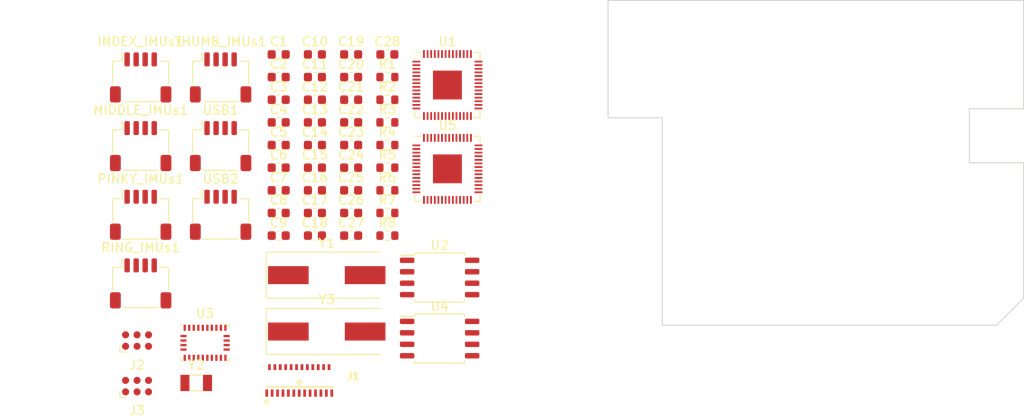
<source format=kicad_pcb>
(kicad_pcb (version 20221018) (generator pcbnew)
  (layers (0 "F.Cu" signal) (31 "B.Cu" signal) (34 "B.Paste" user) (35 "F.Paste" user) (36 "B.SilkS" user "B.Silkscreen") (37 "F.SilkS" user "F.Silkscreen") (38 "B.Mask" user) (39 "F.Mask" user) (44 "Edge.Cuts" user))
  (property "SHEETTOTAL" "1")
  (net 0 "")
  (net 1 "+3V3")
  (net 2 "GND")
  (net 3 "+1V1")
  (net 4 "Net-(U1-ADC_AVDD)")
  (net 5 "Net-(U1-XIN)")
  (net 6 "Net-(C12-Pad1)")
  (net 7 "Net-(INDEX_IMUs1-Pin_2)")
  (net 8 "Net-(INDEX_IMUs1-Pin_3)")
  (net 9 "D10-MI_CS")
  (net 10 "D12-MI_MISO")
  (net 11 "D11-MI_MOSI")
  (net 12 "D13-MI_SCLK")
  (net 13 "Net-(U3-CAP)")
  (net 14 "Net-(U3-CLKSEL1{slash}XOUT32)")
  (net 15 "Net-(U3-XIN32)")
  (net 16 "Net-(U5-XIN)")
  (net 17 "Net-(C21-Pad1)")
  (net 18 "Net-(U5-ADC_AVDD)")
  (net 19 "Net-(J3-SWDIO)")
  (net 20 "Net-(J3-~{RESET})")
  (net 21 "Net-(J3-SWCLK)")
  (net 23 "Net-(U3-BOOTN)")
  (net 24 "Net-(U3-NRST)")
  (net 25 "Net-(U5-XOUT)")
  (net 31 "Net-(J2-SWDIO)")
  (net 32 "Net-(J2-~{RESET})")
  (net 33 "Net-(J2-SWCLK)")
  (net 37 "Net-(PINKY_IMUs1-Pin_2)")
  (net 38 "Net-(PINKY_IMUs1-Pin_3)")
  (net 39 "Net-(U1-XOUT)")
  (net 41 "INT")
  (net 42 "Net-(THUMB_IMUs1-Pin_2)")
  (net 43 "Net-(THUMB_IMUs1-Pin_3)")
  (net 68 "Net-(U1-USB_DM)")
  (net 69 "Net-(U1-USB_DP)")
  (net 70 "Net-(U1-QSPI_SD3)")
  (net 71 "Net-(U1-QSPI_SCLK)")
  (net 72 "Net-(U1-QSPI_SD0)")
  (net 73 "Net-(U1-QSPI_SD2)")
  (net 74 "Net-(U1-QSPI_SD1)")
  (net 75 "Net-(U1-QSPI_SS)")
  (net 77 "Net-(U4-~{CS})")
  (net 78 "Net-(U4-SO{slash}SIO1)")
  (net 79 "Net-(U4-~{WP}{slash}SIO2)")
  (net 80 "Net-(U4-SI{slash}SIO0)")
  (net 81 "VUSB_IN")
  (net 82 "Net-(U4-SCLK)")
  (net 83 "Net-(U4-~{HOLD}{slash}SIO3)")
  (net 112 "Net-(U5-USB_DM)")
  (net 113 "Net-(U5-USB_DP)")
  (net 114 "FPGA_GPIO_7")
  (net 115 "UART_RX")
  (net 116 "UART_TX")
  (net 117 "HAPTICS_DRV")
  (net 118 "NRF_SWCLK")
  (net 119 "FPGA_GPIO_4")
  (net 120 "FPGA_GPIO_5")
  (net 121 "FPGA_GPIO_6")
  (net 122 "MCU_SWDIO")
  (net 123 "MCU_NRST")
  (net 124 "NRF_NRST")
  (net 125 "NRF_SWDIO")
  (net 126 "MCU_SWCLK")
  (net 127 "FPGA_GPIO_12")
  (net 128 "FPGA_GPIO_13")
  (net 129 "VCORE")
  (net 130 "VSYS")
  (net 131 "VUSB")
  (footprint "Resistor_SMD:R_0603_1608Metric" (layer "F.Cu") (at 91.34546 65.585)
    (fp_text reference "R1" (at 0 -1.43) (layer "F.SilkS"))
    (fp_text value "200")
    (pad "1" smd roundrect (at -0.825 0) (size 0.8 0.95) (layers "F.Cu" "F.Paste" "F.Mask") (net 1 "+3V3"))
    (pad "2" smd roundrect (at 0.825 0) (size 0.8 0.95) (layers "F.Cu" "F.Paste" "F.Mask") (net 4 "Net-(U1-ADC_AVDD)"))
  )
  (footprint "Package_SO:SOP-8_5.28x5.23mm_P1.27mm" (layer "F.Cu") (at 97.13546 87.795)
    (fp_text reference "U2" (at 0 -3.56) (layer "F.SilkS"))
    (fp_text value "MX25L3233FM2")
    (pad "1" smd roundrect (at -3.6 -1.905) (size 1.6 0.6) (layers "F.Cu" "F.Paste" "F.Mask") (net 75 "Net-(U1-QSPI_SS)"))
    (pad "2" smd roundrect (at -3.6 -0.635) (size 1.6 0.6) (layers "F.Cu" "F.Paste" "F.Mask") (net 74 "Net-(U1-QSPI_SD1)"))
    (pad "3" smd roundrect (at -3.6 0.635) (size 1.6 0.6) (layers "F.Cu" "F.Paste" "F.Mask") (net 73 "Net-(U1-QSPI_SD2)"))
    (pad "4" smd roundrect (at -3.6 1.905) (size 1.6 0.6) (layers "F.Cu" "F.Paste" "F.Mask") (net 2 "GND"))
    (pad "5" smd roundrect (at 3.6 1.905) (size 1.6 0.6) (layers "F.Cu" "F.Paste" "F.Mask") (net 72 "Net-(U1-QSPI_SD0)"))
    (pad "6" smd roundrect (at 3.6 0.635) (size 1.6 0.6) (layers "F.Cu" "F.Paste" "F.Mask") (net 71 "Net-(U1-QSPI_SCLK)"))
    (pad "7" smd roundrect (at 3.6 -0.635) (size 1.6 0.6) (layers "F.Cu" "F.Paste" "F.Mask") (net 70 "Net-(U1-QSPI_SD3)"))
    (pad "8" smd roundrect (at 3.6 -1.905) (size 1.6 0.6) (layers "F.Cu" "F.Paste" "F.Mask") (net 1 "+3V3"))
  )
  (footprint "Resistor_SMD:R_0603_1608Metric" (layer "F.Cu") (at 91.34546 78.135)
    (fp_text reference "R6" (at 0 -1.43) (layer "F.SilkS"))
    (fp_text value "2k2")
    (pad "1" smd roundrect (at -0.825 0) (size 0.8 0.95) (layers "F.Cu" "F.Paste" "F.Mask") (net 1 "+3V3"))
    (pad "2" smd roundrect (at 0.825 0) (size 0.8 0.95) (layers "F.Cu" "F.Paste" "F.Mask") (net 43 "Net-(THUMB_IMUs1-Pin_3)"))
  )
  (footprint "Connector_JST:JST_SH_SM04B-SRSS-TB_1x04-1MP_P1.00mm_Horizontal" (layer "F.Cu") (at 72.88546 80.845)
    (fp_text reference "USB2" (at 0 -3.98) (layer "F.SilkS"))
    (fp_text value "Conn_01x04")
    (pad "1" smd roundrect (at -1.5 -2) (size 0.6 1.55) (layers "F.Cu" "F.Paste" "F.Mask") (net 2 "GND"))
    (pad "2" smd roundrect (at -0.5 -2) (size 0.6 1.55) (layers "F.Cu" "F.Paste" "F.Mask") (net 112 "Net-(U5-USB_DM)"))
    (pad "3" smd roundrect (at 0.5 -2) (size 0.6 1.55) (layers "F.Cu" "F.Paste" "F.Mask") (net 113 "Net-(U5-USB_DP)"))
    (pad "4" smd roundrect (at 1.5 -2) (size 0.6 1.55) (layers "F.Cu" "F.Paste" "F.Mask") (net 81 "VUSB_IN"))
    (pad "MP" smd roundrect (at -2.8 1.875) (size 1.2 1.8) (layers "F.Cu" "F.Paste" "F.Mask") (roundrect_rratio 0.208333))
    (pad "MP" smd roundrect (at 2.8 1.875) (size 1.2 1.8) (layers "F.Cu" "F.Paste" "F.Mask") (roundrect_rratio 0.208333))
  )
  (footprint "Connector_JST:JST_SH_SM04B-SRSS-TB_1x04-1MP_P1.00mm_Horizontal" (layer "F.Cu") (at 72.88546 73.235)
    (fp_text reference "USB1" (at 0 -3.98) (layer "F.SilkS"))
    (fp_text value "Conn_01x04")
    (pad "1" smd roundrect (at -1.5 -2) (size 0.6 1.55) (layers "F.Cu" "F.Paste" "F.Mask") (net 2 "GND"))
    (pad "2" smd roundrect (at -0.5 -2) (size 0.6 1.55) (layers "F.Cu" "F.Paste" "F.Mask") (net 68 "Net-(U1-USB_DM)"))
    (pad "3" smd roundrect (at 0.5 -2) (size 0.6 1.55) (layers "F.Cu" "F.Paste" "F.Mask") (net 69 "Net-(U1-USB_DP)"))
    (pad "4" smd roundrect (at 1.5 -2) (size 0.6 1.55) (layers "F.Cu" "F.Paste" "F.Mask") (net 81 "VUSB_IN"))
    (pad "MP" smd roundrect (at -2.8 1.875) (size 1.2 1.8) (layers "F.Cu" "F.Paste" "F.Mask") (roundrect_rratio 0.208333))
    (pad "MP" smd roundrect (at 2.8 1.875) (size 1.2 1.8) (layers "F.Cu" "F.Paste" "F.Mask") (roundrect_rratio 0.208333))
  )
  (footprint "Capacitor_SMD:C_0603_1608Metric" (layer "F.Cu") (at 83.32546 65.585)
    (fp_text reference "C11" (at 0 -1.43) (layer "F.SilkS"))
    (fp_text value "20p")
    (pad "1" smd roundrect (at -0.775 0) (size 0.9 0.95) (layers "F.Cu" "F.Paste" "F.Mask") (net 5 "Net-(U1-XIN)"))
    (pad "2" smd roundrect (at 0.775 0) (size 0.9 0.95) (layers "F.Cu" "F.Paste" "F.Mask") (net 2 "GND"))
  )
  (footprint "Connector:Tag-Connect_TC2030-IDC-NL_2x03_P1.27mm_Vertical" (layer "F.Cu") (at 63.63546 99.835)
    (fp_text reference "J3" (at 0 2.7) (layer "F.SilkS"))
    (fp_text value "Conn_ARM_SWD_TagConnect_TC2030-NL")
    (pad "" np_thru_hole circle (at -2.54 0) (size 0.9906 0.9906) (drill 0.9906) (layers "*.Cu" "*.Mask"))
    (pad "" np_thru_hole circle (at 2.54 -1.016) (size 0.9906 0.9906) (drill 0.9906) (layers "*.Cu" "*.Mask"))
    (pad "" np_thru_hole circle (at 2.54 1.016) (size 0.9906 0.9906) (drill 0.9906) (layers "*.Cu" "*.Mask"))
    (pad "1" connect circle (at -1.27 0.635) (size 0.7874 0.7874) (layers "F.Cu" "F.Mask") (net 1 "+3V3"))
    (pad "2" connect circle (at -1.27 -0.635) (size 0.7874 0.7874) (layers "F.Cu" "F.Mask") (net 19 "Net-(J3-SWDIO)"))
    (pad "3" connect circle (at 0 0.635) (size 0.7874 0.7874) (layers "F.Cu" "F.Mask") (net 20 "Net-(J3-~{RESET})"))
    (pad "4" connect circle (at 0 -0.635) (size 0.7874 0.7874) (layers "F.Cu" "F.Mask") (net 21 "Net-(J3-SWCLK)"))
    (pad "5" connect circle (at 1.27 0.635) (size 0.7874 0.7874) (layers "F.Cu" "F.Mask") (net 2 "GND"))
    (pad "6" connect circle (at 1.27 -0.635) (size 0.7874 0.7874) (layers "F.Cu" "F.Mask"))
  )
  (footprint "Capacitor_SMD:C_0603_1608Metric" (layer "F.Cu") (at 91.34546 63.075)
    (fp_text reference "C28" (at 0 -1.43) (layer "F.SilkS"))
    (fp_text value "2.2u")
    (pad "1" smd roundrect (at -0.775 0) (size 0.9 0.95) (layers "F.Cu" "F.Paste" "F.Mask") (net 18 "Net-(U5-ADC_AVDD)"))
    (pad "2" smd roundrect (at 0.775 0) (size 0.9 0.95) (layers "F.Cu" "F.Paste" "F.Mask") (net 2 "GND"))
  )
  (footprint "Resistor_SMD:R_0603_1608Metric" (layer "F.Cu") (at 91.34546 73.115)
    (fp_text reference "R4" (at 0 -1.43) (layer "F.SilkS"))
    (fp_text value "10k")
    (pad "1" smd roundrect (at -0.825 0) (size 0.8 0.95) (layers "F.Cu" "F.Paste" "F.Mask") (net 1 "+3V3"))
    (pad "2" smd roundrect (at 0.825 0) (size 0.8 0.95) (layers "F.Cu" "F.Paste" "F.Mask") (net 24 "Net-(U3-NRST)"))
  )
  (footprint "Crystal:Crystal_SMD_HC49-SD" (layer "F.Cu") (at 84.63546 93.785)
    (fp_text reference "Y3" (at 0 -3.55) (layer "F.SilkS"))
    (fp_text value "Crystal")
    (pad "1" smd rect (at -4.25 0) (size 4.5 2) (layers "F.Cu" "F.Paste" "F.Mask") (net 16 "Net-(U5-XIN)"))
    (pad "2" smd rect (at 4.25 0) (size 4.5 2) (layers "F.Cu" "F.Paste" "F.Mask") (net 17 "Net-(C21-Pad1)"))
  )
  (footprint "Package_DFN_QFN:QFN-56-1EP_7x7mm_P0.4mm_EP3.2x3.2mm" (layer "F.Cu") (at 97.99546 66.465)
    (fp_text reference "U1" (at 0 -4.82) (layer "F.SilkS"))
    (fp_text value "RP2040")
    (pad "1" smd roundrect (at -3.4375 -2.6) (size 0.875 0.2) (layers "F.Cu" "F.Paste" "F.Mask") (net 1 "+3V3"))
    (pad "2" smd roundrect (at -3.4375 -2.2) (size 0.875 0.2) (layers "F.Cu" "F.Paste" "F.Mask") (net 8 "Net-(INDEX_IMUs1-Pin_3)"))
    (pad "3" smd roundrect (at -3.4375 -1.8) (size 0.875 0.2) (layers "F.Cu" "F.Paste" "F.Mask") (net 7 "Net-(INDEX_IMUs1-Pin_2)"))
    (pad "4" smd roundrect (at -3.4375 -1.4) (size 0.875 0.2) (layers "F.Cu" "F.Paste" "F.Mask") (net 38 "Net-(PINKY_IMUs1-Pin_3)"))
    (pad "5" smd roundrect (at -3.4375 -1) (size 0.875 0.2) (layers "F.Cu" "F.Paste" "F.Mask") (net 37 "Net-(PINKY_IMUs1-Pin_2)"))
    (pad "6" smd roundrect (at -3.4375 -0.6) (size 0.875 0.2) (layers "F.Cu" "F.Paste" "F.Mask"))
    (pad "7" smd roundrect (at -3.4375 -0.2) (size 0.875 0.2) (layers "F.Cu" "F.Paste" "F.Mask"))
    (pad "8" smd roundrect (at -3.4375 0.2) (size 0.875 0.2) (layers "F.Cu" "F.Paste" "F.Mask"))
    (pad "9" smd roundrect (at -3.4375 0.6) (size 0.875 0.2) (layers "F.Cu" "F.Paste" "F.Mask"))
    (pad "10" smd roundrect (at -3.4375 1) (size 0.875 0.2) (layers "F.Cu" "F.Paste" "F.Mask") (net 1 "+3V3"))
    (pad "11" smd roundrect (at -3.4375 1.4) (size 0.875 0.2) (layers "F.Cu" "F.Paste" "F.Mask"))
    (pad "12" smd roundrect (at -3.4375 1.8) (size 0.875 0.2) (layers "F.Cu" "F.Paste" "F.Mask"))
    (pad "13" smd roundrect (at -3.4375 2.2) (size 0.875 0.2) (layers "F.Cu" "F.Paste" "F.Mask"))
    (pad "14" smd roundrect (at -3.4375 2.6) (size 0.875 0.2) (layers "F.Cu" "F.Paste" "F.Mask"))
    (pad "15" smd roundrect (at -2.6 3.4375) (size 0.2 0.875) (layers "F.Cu" "F.Paste" "F.Mask") (net 10 "D12-MI_MISO"))
    (pad "16" smd roundrect (at -2.2 3.4375) (size 0.2 0.875) (layers "F.Cu" "F.Paste" "F.Mask") (net 9 "D10-MI_CS"))
    (pad "17" smd roundrect (at -1.8 3.4375) (size 0.2 0.875) (layers "F.Cu" "F.Paste" "F.Mask") (net 12 "D13-MI_SCLK"))
    (pad "18" smd roundrect (at -1.4 3.4375) (size 0.2 0.875) (layers "F.Cu" "F.Paste" "F.Mask") (net 11 "D11-MI_MOSI"))
    (pad "19" smd roundrect (at -1 3.4375) (size 0.2 0.875) (layers "F.Cu" "F.Paste" "F.Mask") (net 2 "GND"))
    (pad "20" smd roundrect (at -0.6 3.4375) (size 0.2 0.875) (layers "F.Cu" "F.Paste" "F.Mask") (net 5 "Net-(U1-XIN)"))
    (pad "21" smd roundrect (at -0.2 3.4375) (size 0.2 0.875) (layers "F.Cu" "F.Paste" "F.Mask") (net 39 "Net-(U1-XOUT)"))
    (pad "22" smd roundrect (at 0.2 3.4375) (size 0.2 0.875) (layers "F.Cu" "F.Paste" "F.Mask") (net 1 "+3V3"))
    (pad "23" smd roundrect (at 0.6 3.4375) (size 0.2 0.875) (layers "F.Cu" "F.Paste" "F.Mask") (net 3 "+1V1"))
    (pad "24" smd roundrect (at 1 3.4375) (size 0.2 0.875) (layers "F.Cu" "F.Paste" "F.Mask") (net 33 "Net-(J2-SWCLK)"))
    (pad "25" smd roundrect (at 1.4 3.4375) (size 0.2 0.875) (layers "F.Cu" "F.Paste" "F.Mask") (net 31 "Net-(J2-SWDIO)"))
    (pad "26" smd roundrect (at 1.8 3.4375) (size 0.2 0.875) (layers "F.Cu" "F.Paste" "F.Mask") (net 32 "Net-(J2-~{RESET})"))
    (pad "27" smd roundrect (at 2.2 3.4375) (size 0.2 0.875) (layers "F.Cu" "F.Paste" "F.Mask"))
    (pad "28" smd roundrect (at 2.6 3.4375) (size 0.2 0.875) (layers "F.Cu" "F.Paste" "F.Mask"))
    (pad "29" smd roundrect (at 3.4375 2.6) (size 0.875 0.2) (layers "F.Cu" "F.Paste" "F.Mask"))
    (pad "30" smd roundrect (at 3.4375 2.2) (size 0.875 0.2) (layers "F.Cu" "F.Paste" "F.Mask"))
    (pad "31" smd roundrect (at 3.4375 1.8) (size 0.875 0.2) (layers "F.Cu" "F.Paste" "F.Mask"))
    (pad "32" smd roundrect (at 3.4375 1.4) (size 0.875 0.2) (layers "F.Cu" "F.Paste" "F.Mask"))
    (pad "33" smd roundrect (at 3.4375 1) (size 0.875 0.2) (layers "F.Cu" "F.Paste" "F.Mask") (net 1 "+3V3"))
    (pad "34" smd roundrect (at 3.4375 0.6) (size 0.875 0.2) (layers "F.Cu" "F.Paste" "F.Mask"))
    (pad "35" smd roundrect (at 3.4375 0.2) (size 0.875 0.2) (layers "F.Cu" "F.Paste" "F.Mask"))
    (pad "36" smd roundrect (at 3.4375 -0.2) (size 0.875 0.2) (layers "F.Cu" "F.Paste" "F.Mask"))
    (pad "37" smd roundrect (at 3.4375 -0.6) (size 0.875 0.2) (layers "F.Cu" "F.Paste" "F.Mask"))
    (pad "38" smd roundrect (at 3.4375 -1) (size 0.875 0.2) (layers "F.Cu" "F.Paste" "F.Mask"))
    (pad "39" smd roundrect (at 3.4375 -1.4) (size 0.875 0.2) (layers "F.Cu" "F.Paste" "F.Mask"))
    (pad "40" smd roundrect (at 3.4375 -1.8) (size 0.875 0.2) (layers "F.Cu" "F.Paste" "F.Mask"))
    (pad "41" smd roundrect (at 3.4375 -2.2) (size 0.875 0.2) (layers "F.Cu" "F.Paste" "F.Mask"))
    (pad "42" smd roundrect (at 3.4375 -2.6) (size 0.875 0.2) (layers "F.Cu" "F.Paste" "F.Mask") (net 1 "+3V3"))
    (pad "43" smd roundrect (at 2.6 -3.4375) (size 0.2 0.875) (layers "F.Cu" "F.Paste" "F.Mask") (net 4 "Net-(U1-ADC_AVDD)"))
    (pad "44" smd roundrect (at 2.2 -3.4375) (size 0.2 0.875) (layers "F.Cu" "F.Paste" "F.Mask") (net 1 "+3V3"))
    (pad "45" smd roundrect (at 1.8 -3.4375) (size 0.2 0.875) (layers "F.Cu" "F.Paste" "F.Mask") (net 3 "+1V1"))
    (pad "46" smd roundrect (at 1.4 -3.4375) (size 0.2 0.875) (layers "F.Cu" "F.Paste" "F.Mask") (net 68 "Net-(U1-USB_DM)"))
    (pad "47" smd roundrect (at 1 -3.4375) (size 0.2 0.875) (layers "F.Cu" "F.Paste" "F.Mask") (net 69 "Net-(U1-USB_DP)"))
    (pad "48" smd roundrect (at 0.6 -3.4375) (size 0.2 0.875) (layers "F.Cu" "F.Paste" "F.Mask") (net 1 "+3V3"))
    (pad "49" smd roundrect (at 0.2 -3.4375) (size 0.2 0.875) (layers "F.Cu" "F.Paste" "F.Mask") (net 1 "+3V3"))
    (pad "50" smd roundrect (at -0.2 -3.4375) (size 0.2 0.875) (layers "F.Cu" "F.Paste" "F.Mask") (net 3 "+1V1"))
    (pad "51" smd roundrect (at -0.6 -3.4375) (size 0.2 0.875) (layers "F.Cu" "F.Paste" "F.Mask") (net 70 "Net-(U1-QSPI_SD3)"))
    (pad "52" smd roundrect (at -1 -3.4375) (size 0.2 0.875) (layers "F.Cu" "F.Paste" "F.Mask") (net 71 "Net-(U1-QSPI_SCLK)"))
    (pad "53" smd roundrect (at -1.4 -3.4375) (size 0.2 0.875) (layers "F.Cu" "F.Paste" "F.Mask") (net 72 "Net-(U1-QSPI_SD0)"))
    (pad "54" smd roundrect (at -1.8 -3.4375) (size 0.2 0.875) (layers "F.Cu" "F.Paste" "F.Mask") (net 73 "Net-(U1-QSPI_SD2)"))
    (pad "55" smd roundrect (at -2.2 -3.4375) (size 0.2 0.875) (layers "F.Cu" "F.Paste" "F.Mask") (net 74 "Net-(U1-QSPI_SD1)"))
    (pad "56" smd roundrect (at -2.6 -3.4375) (size 0.2 0.875) (layers "F.Cu" "F.Paste" "F.Mask") (net 75 "Net-(U1-QSPI_SS)"))
    (pad "57" smd rect (at 0 0) (size 3.2 3.2) (layers "F.Cu" "F.Mask") (net 2 "GND"))
  )
  (footprint "Capacitor_SMD:C_0603_1608Metric" (layer "F.Cu") (at 83.32546 63.075)
    (fp_text reference "C10" (at 0 -1.43) (layer "F.SilkS"))
    (fp_text value "2.2u")
    (pad "1" smd roundrect (at -0.775 0) (size 0.9 0.95) (layers "F.Cu" "F.Paste" "F.Mask") (net 4 "Net-(U1-ADC_AVDD)"))
    (pad "2" smd roundrect (at 0.775 0) (size 0.9 0.95) (layers "F.Cu" "F.Paste" "F.Mask") (net 2 "GND"))
  )
  (footprint "Capacitor_SMD:C_0603_1608Metric" (layer "F.Cu") (at 79.31546 75.625)
    (fp_text reference "C6" (at 0 -1.43) (layer "F.SilkS"))
    (fp_text value "100n")
    (pad "1" smd roundrect (at -0.775 0) (size 0.9 0.95) (layers "F.Cu" "F.Paste" "F.Mask") (net 1 "+3V3"))
    (pad "2" smd roundrect (at 0.775 0) (size 0.9 0.95) (layers "F.Cu" "F.Paste" "F.Mask") (net 2 "GND"))
  )
  (footprint "Connector:Tag-Connect_TC2030-IDC-NL_2x03_P1.27mm_Vertical" (layer "F.Cu") (at 63.63546 94.785)
    (fp_text reference "J2" (at 0 2.7) (layer "F.SilkS"))
    (fp_text value "Conn_ARM_SWD_TagConnect_TC2030-NL")
    (pad "" np_thru_hole circle (at -2.54 0) (size 0.9906 0.9906) (drill 0.9906) (layers "*.Cu" "*.Mask"))
    (pad "" np_thru_hole circle (at 2.54 -1.016) (size 0.9906 0.9906) (drill 0.9906) (layers "*.Cu" "*.Mask"))
    (pad "" np_thru_hole circle (at 2.54 1.016) (size 0.9906 0.9906) (drill 0.9906) (layers "*.Cu" "*.Mask"))
    (pad "1" connect circle (at -1.27 0.635) (size 0.7874 0.7874) (layers "F.Cu" "F.Mask") (net 1 "+3V3"))
    (pad "2" connect circle (at -1.27 -0.635) (size 0.7874 0.7874) (layers "F.Cu" "F.Mask") (net 31 "Net-(J2-SWDIO)"))
    (pad "3" connect circle (at 0 0.635) (size 0.7874 0.7874) (layers "F.Cu" "F.Mask") (net 32 "Net-(J2-~{RESET})"))
    (pad "4" connect circle (at 0 -0.635) (size 0.7874 0.7874) (layers "F.Cu" "F.Mask") (net 33 "Net-(J2-SWCLK)"))
    (pad "5" connect circle (at 1.27 0.635) (size 0.7874 0.7874) (layers "F.Cu" "F.Mask") (net 2 "GND"))
    (pad "6" connect circle (at 1.27 -0.635) (size 0.7874 0.7874) (layers "F.Cu" "F.Mask"))
  )
  (footprint "Resistor_SMD:R_0603_1608Metric" (layer "F.Cu") (at 91.34546 68.095)
    (fp_text reference "R2" (at 0 -1.43) (layer "F.SilkS"))
    (fp_text value "1k")
    (pad "1" smd roundrect (at -0.825 0) (size 0.8 0.95) (layers "F.Cu" "F.Paste" "F.Mask") (net 6 "Net-(C12-Pad1)"))
    (pad "2" smd roundrect (at 0.825 0) (size 0.8 0.95) (layers "F.Cu" "F.Paste" "F.Mask") (net 39 "Net-(U1-XOUT)"))
  )
  (footprint "Capacitor_SMD:C_0603_1608Metric" (layer "F.Cu") (at 87.33546 78.135)
    (fp_text reference "C25" (at 0 -1.43) (layer "F.SilkS"))
    (fp_text value "100n")
    (pad "1" smd roundrect (at -0.775 0) (size 0.9 0.95) (layers "F.Cu" "F.Paste" "F.Mask") (net 3 "+1V1"))
    (pad "2" smd roundrect (at 0.775 0) (size 0.9 0.95) (layers "F.Cu" "F.Paste" "F.Mask") (net 2 "GND"))
  )
  (footprint "Capacitor_SMD:C_0603_1608Metric" (layer "F.Cu") (at 79.31546 68.095)
    (fp_text reference "C3" (at 0 -1.43) (layer "F.SilkS"))
    (fp_text value "100n")
    (pad "1" smd roundrect (at -0.775 0) (size 0.9 0.95) (layers "F.Cu" "F.Paste" "F.Mask") (net 1 "+3V3"))
    (pad "2" smd roundrect (at 0.775 0) (size 0.9 0.95) (layers "F.Cu" "F.Paste" "F.Mask") (net 2 "GND"))
  )
  (footprint "Capacitor_SMD:C_0603_1608Metric" (layer "F.Cu") (at 83.32546 83.155)
    (fp_text reference "C18" (at 0 -1.43) (layer "F.SilkS"))
    (fp_text value "100n")
    (pad "1" smd roundrect (at -0.775 0) (size 0.9 0.95) (layers "F.Cu" "F.Paste" "F.Mask") (net 1 "+3V3"))
    (pad "2" smd roundrect (at 0.775 0) (size 0.9 0.95) (layers "F.Cu" "F.Paste" "F.Mask") (net 2 "GND"))
  )
  (footprint "Capacitor_SMD:C_0603_1608Metric" (layer "F.Cu") (at 83.32546 78.135)
    (fp_text reference "C16" (at 0 -1.43) (layer "F.SilkS"))
    (fp_text value "22p")
    (pad "1" smd roundrect (at -0.775 0) (size 0.9 0.95) (layers "F.Cu" "F.Paste" "F.Mask") (net 15 "Net-(U3-XIN32)"))
    (pad "2" smd roundrect (at 0.775 0) (size 0.9 0.95) (layers "F.Cu" "F.Paste" "F.Mask") (net 2 "GND"))
  )
  (footprint "Capacitor_SMD:C_0603_1608Metric" (layer "F.Cu") (at 87.33546 83.155)
    (fp_text reference "C27" (at 0 -1.43) (layer "F.SilkS"))
    (fp_text value "100n")
    (pad "1" smd roundrect (at -0.775 0) (size 0.9 0.95) (layers "F.Cu" "F.Paste" "F.Mask") (net 3 "+1V1"))
    (pad "2" smd roundrect (at 0.775 0) (size 0.9 0.95) (layers "F.Cu" "F.Paste" "F.Mask") (net 2 "GND"))
  )
  (footprint "Capacitor_SMD:C_0603_1608Metric" (layer "F.Cu") (at 79.31546 80.645)
    (fp_text reference "C8" (at 0 -1.43) (layer "F.SilkS"))
    (fp_text value "100n")
    (pad "1" smd roundrect (at -0.775 0) (size 0.9 0.95) (layers "F.Cu" "F.Paste" "F.Mask") (net 3 "+1V1"))
    (pad "2" smd roundrect (at 0.775 0) (size 0.9 0.95) (layers "F.Cu" "F.Paste" "F.Mask") (net 2 "GND"))
  )
  (footprint "Capacitor_SMD:C_0603_1608Metric" (layer "F.Cu") (at 83.32546 70.605)
    (fp_text reference "C13" (at 0 -1.43) (layer "F.SilkS"))
    (fp_text value "100n")
    (pad "1" smd roundrect (at -0.775 0) (size 0.9 0.95) (layers "F.Cu" "F.Paste" "F.Mask") (net 2 "GND"))
    (pad "2" smd roundrect (at 0.775 0) (size 0.9 0.95) (layers "F.Cu" "F.Paste" "F.Mask") (net 1 "+3V3"))
  )
  (footprint "Resistor_SMD:R_0603_1608Metric" (layer "F.Cu") (at 91.34546 75.625)
    (fp_text reference "R5" (at 0 -1.43) (layer "F.SilkS"))
    (fp_text value "2k2")
    (pad "1" smd roundrect (at -0.825 0) (size 0.8 0.95) (layers "F.Cu" "F.Paste" "F.Mask") (net 1 "+3V3"))
    (pad "2" smd roundrect (at 0.825 0) (size 0.8 0.95) (layers "F.Cu" "F.Paste" "F.Mask") (net 42 "Net-(THUMB_IMUs1-Pin_2)"))
  )
  (footprint "Capacitor_SMD:C_0603_1608Metric" (layer "F.Cu") (at 87.33546 70.605)
    (fp_text reference "C22" (at 0 -1.43) (layer "F.SilkS"))
    (fp_text value "100n")
    (pad "1" smd roundrect (at -0.775 0) (size 0.9 0.95) (layers "F.Cu" "F.Paste" "F.Mask") (net 1 "+3V3"))
    (pad "2" smd roundrect (at 0.775 0) (size 0.9 0.95) (layers "F.Cu" "F.Paste" "F.Mask") (net 2 "GND"))
  )
  (footprint "Capacitor_SMD:C_0603_1608Metric" (layer "F.Cu") (at 87.33546 80.645)
    (fp_text reference "C26" (at 0 -1.43) (layer "F.SilkS"))
    (fp_text value "100n")
    (pad "1" smd roundrect (at -0.775 0) (size 0.9 0.95) (layers "F.Cu" "F.Paste" "F.Mask") (net 1 "+3V3"))
    (pad "2" smd roundrect (at 0.775 0) (size 0.9 0.95) (layers "F.Cu" "F.Paste" "F.Mask") (net 2 "GND"))
  )
  (footprint "Capacitor_SMD:C_0603_1608Metric" (layer "F.Cu") (at 87.33546 65.585)
    (fp_text reference "C20" (at 0 -1.43) (layer "F.SilkS"))
    (fp_text value "100n")
    (pad "1" smd roundrect (at -0.775 0) (size 0.9 0.95) (layers "F.Cu" "F.Paste" "F.Mask") (net 1 "+3V3"))
    (pad "2" smd roundrect (at 0.775 0) (size 0.9 0.95) (layers "F.Cu" "F.Paste" "F.Mask") (net 2 "GND"))
  )
  (footprint "Capacitor_SMD:C_0603_1608Metric" (layer "F.Cu") (at 83.32546 73.115)
    (fp_text reference "C14" (at 0 -1.43) (layer "F.SilkS"))
    (fp_text value "100n")
    (pad "1" smd roundrect (at -0.775 0) (size 0.9 0.95) (layers "F.Cu" "F.Paste" "F.Mask") (net 2 "GND"))
    (pad "2" smd roundrect (at 0.775 0) (size 0.9 0.95) (layers "F.Cu" "F.Paste" "F.Mask") (net 13 "Net-(U3-CAP)"))
  )
  (footprint "Capacitor_SMD:C_0603_1608Metric" (layer "F.Cu") (at 79.31546 83.155)
    (fp_text reference "C9" (at 0 -1.43) (layer "F.SilkS"))
    (fp_text value "100n")
    (pad "1" smd roundrect (at -0.775 0) (size 0.9 0.95) (layers "F.Cu" "F.Paste" "F.Mask") (net 3 "+1V1"))
    (pad "2" smd roundrect (at 0.775 0) (size 0.9 0.95) (layers "F.Cu" "F.Paste" "F.Mask") (net 2 "GND"))
  )
  (footprint "Capacitor_SMD:C_0603_1608Metric" (layer "F.Cu") (at 87.33546 63.075)
    (fp_text reference "C19" (at 0 -1.43) (layer "F.SilkS"))
    (fp_text value "20p")
    (pad "1" smd roundrect (at -0.775 0) (size 0.9 0.95) (layers "F.Cu" "F.Paste" "F.Mask") (net 16 "Net-(U5-XIN)"))
    (pad "2" smd roundrect (at 0.775 0) (size 0.9 0.95) (layers "F.Cu" "F.Paste" "F.Mask") (net 2 "GND"))
  )
  (footprint "Capacitor_SMD:C_0603_1608Metric" (layer "F.Cu") (at 79.31546 73.115)
    (fp_text reference "C5" (at 0 -1.43) (layer "F.SilkS"))
    (fp_text value "100n")
    (pad "1" smd roundrect (at -0.775 0) (size 0.9 0.95) (layers "F.Cu" "F.Paste" "F.Mask") (net 1 "+3V3"))
    (pad "2" smd roundrect (at 0.775 0) (size 0.9 0.95) (layers "F.Cu" "F.Paste" "F.Mask") (net 2 "GND"))
  )
  (footprint "Capacitor_SMD:C_0603_1608Metric" (layer "F.Cu") (at 83.32546 68.095)
    (fp_text reference "C12" (at 0 -1.43) (layer "F.SilkS"))
    (fp_text value "20p")
    (pad "1" smd roundrect (at -0.775 0) (size 0.9 0.95) (layers "F.Cu" "F.Paste" "F.Mask") (net 6 "Net-(C12-Pad1)"))
    (pad "2" smd roundrect (at 0.775 0) (size 0.9 0.95) (layers "F.Cu" "F.Paste" "F.Mask") (net 2 "GND"))
  )
  (footprint "Connector_JST:JST_SH_SM04B-SRSS-TB_1x04-1MP_P1.00mm_Horizontal" (layer "F.Cu") (at 64.03546 65.625)
    (fp_text reference "INDEX_IMUs1" (at 0 -3.98) (layer "F.SilkS"))
    (fp_text value "Conn_01x04")
    (pad "1" smd roundrect (at -1.5 -2) (size 0.6 1.55) (layers "F.Cu" "F.Paste" "F.Mask") (net 2 "GND"))
    (pad "2" smd roundrect (at -0.5 -2) (size 0.6 1.55) (layers "F.Cu" "F.Paste" "F.Mask") (net 7 "Net-(INDEX_IMUs1-Pin_2)"))
    (pad "3" smd roundrect (at 0.5 -2) (size 0.6 1.55) (layers "F.Cu" "F.Paste" "F.Mask") (net 8 "Net-(INDEX_IMUs1-Pin_3)"))
    (pad "4" smd roundrect (at 1.5 -2) (size 0.6 1.55) (layers "F.Cu" "F.Paste" "F.Mask") (net 1 "+3V3"))
    (pad "MP" smd roundrect (at -2.8 1.875) (size 1.2 1.8) (layers "F.Cu" "F.Paste" "F.Mask") (roundrect_rratio 0.208333))
    (pad "MP" smd roundrect (at 2.8 1.875) (size 1.2 1.8) (layers "F.Cu" "F.Paste" "F.Mask") (roundrect_rratio 0.208333))
  )
  (footprint "Connector_JST:JST_SH_SM04B-SRSS-TB_1x04-1MP_P1.00mm_Horizontal" (layer "F.Cu") (at 64.03546 88.455)
    (fp_text reference "RING_IMUs1" (at 0 -3.98) (layer "F.SilkS"))
    (fp_text value "Conn_01x04")
    (pad "1" smd roundrect (at -1.5 -2) (size 0.6 1.55) (layers "F.Cu" "F.Paste" "F.Mask") (net 2 "GND"))
    (pad "2" smd roundrect (at -0.5 -2) (size 0.6 1.55) (layers "F.Cu" "F.Paste" "F.Mask") (net 37 "Net-(PINKY_IMUs1-Pin_2)"))
    (pad "3" smd roundrect (at 0.5 -2) (size 0.6 1.55) (layers "F.Cu" "F.Paste" "F.Mask") (net 38 "Net-(PINKY_IMUs1-Pin_3)"))
    (pad "4" smd roundrect (at 1.5 -2) (size 0.6 1.55) (layers "F.Cu" "F.Paste" "F.Mask") (net 1 "+3V3"))
    (pad "MP" smd roundrect (at -2.8 1.875) (size 1.2 1.8) (layers "F.Cu" "F.Paste" "F.Mask") (roundrect_rratio 0.208333))
    (pad "MP" smd roundrect (at 2.8 1.875) (size 1.2 1.8) (layers "F.Cu" "F.Paste" "F.Mask") (roundrect_rratio 0.208333))
  )
  (footprint "Resistor_SMD:R_0603_1608Metric" (layer "F.Cu") (at 91.34546 83.155)
    (fp_text reference "R8" (at 0 -1.43) (layer "F.SilkS"))
    (fp_text value "200")
    (pad "1" smd roundrect (at -0.825 0) (size 0.8 0.95) (layers "F.Cu" "F.Paste" "F.Mask") (net 1 "+3V3"))
    (pad "2" smd roundrect (at 0.825 0) (size 0.8 0.95) (layers "F.Cu" "F.Paste" "F.Mask") (net 18 "Net-(U5-ADC_AVDD)"))
  )
  (footprint "Capacitor_SMD:C_0603_1608Metric" (layer "F.Cu") (at 87.33546 73.115)
    (fp_text reference "C23" (at 0 -1.43) (layer "F.SilkS"))
    (fp_text value "2.2u")
    (pad "1" smd roundrect (at -0.775 0) (size 0.9 0.95) (layers "F.Cu" "F.Paste" "F.Mask") (net 3 "+1V1"))
    (pad "2" smd roundrect (at 0.775 0) (size 0.9 0.95) (layers "F.Cu" "F.Paste" "F.Mask") (net 2 "GND"))
  )
  (footprint "my_connectors:25PIN FRONT FLIP 0.6mm PITCH AYF332535A" (layer "F.Cu") (at 81.59 99.1725)
    (fp_text reference "J1" (at 5.1562 0.0408 unlocked) (layer "F.SilkS") (effects (font (size 0.8 0.8) (thickness 0.2)) (justify left bottom)))
    (fp_text value "Conn_01x25" hide)
    (pad "1" smd rect (at -3.6 1.4375 90) (size 0.8 0.3) (layers "F.Cu" "F.Paste" "F.Mask") (net 2 "GND"))
    (pad "2" smd rect (at -3.3 -1.4375 90) (size 0.65 0.3) (layers "F.Cu" "F.Paste" "F.Mask") (net 2 "GND"))
    (pad "3" smd rect (at -3 1.4375 90) (size 0.8 0.3) (layers "F.Cu" "F.Paste" "F.Mask") (net 9 "D10-MI_CS"))
    (pad "4" smd rect (at -2.7 -1.4375 90) (size 0.65 0.3) (layers "F.Cu" "F.Paste" "F.Mask") (net 10 "D12-MI_MISO"))
    (pad "5" smd rect (at -2.4 1.4375 90) (size 0.8 0.3) (layers "F.Cu" "F.Paste" "F.Mask") (net 11 "D11-MI_MOSI"))
    (pad "6" smd rect (at -2.1 -1.4375 90) (size 0.65 0.3) (layers "F.Cu" "F.Paste" "F.Mask") (net 12 "D13-MI_SCLK"))
    (pad "7" smd rect (at -1.8 1.4375 90) (size 0.8 0.3) (layers "F.Cu" "F.Paste" "F.Mask") (net 114 "FPGA_GPIO_7"))
    (pad "8" smd rect (at -1.5 -1.4375 90) (size 0.65 0.3) (layers "F.Cu" "F.Paste" "F.Mask") (net 115 "UART_RX"))
    (pad "9" smd rect (at -1.2 1.4375 90) (size 0.8 0.3) (layers "F.Cu" "F.Paste" "F.Mask") (net 116 "UART_TX"))
    (pad "10" smd rect (at -0.9 -1.4375 90) (size 0.65 0.3) (layers "F.Cu" "F.Paste" "F.Mask") (net 117 "HAPTICS_DRV"))
    (pad "11" smd rect (at -0.6 1.4375 90) (size 0.8 0.3) (layers "F.Cu" "F.Paste" "F.Mask") (net 118 "NRF_SWCLK"))
    (pad "12" smd rect (at -0.3 -1.4375 90) (size 0.65 0.3) (layers "F.Cu" "F.Paste" "F.Mask") (net 119 "FPGA_GPIO_4"))
    (pad "13" smd rect (at 0 1.4375 90) (size 0.8 0.3) (layers "F.Cu" "F.Paste" "F.Mask") (net 120 "FPGA_GPIO_5"))
    (pad "14" smd rect (at 0.3 -1.4375 90) (size 0.65 0.3) (layers "F.Cu" "F.Paste" "F.Mask") (net 121 "FPGA_GPIO_6"))
    (pad "15" smd rect (at 0.6 1.4375 90) (size 0.8 0.3) (layers "F.Cu" "F.Paste" "F.Mask") (net 122 "MCU_SWDIO"))
    (pad "16" smd rect (at 0.9 -1.4375 90) (size 0.65 0.3) (layers "F.Cu" "F.Paste" "F.Mask") (net 123 "MCU_NRST"))
    (pad "17" smd rect (at 1.2 1.4375 90) (size 0.8 0.3) (layers "F.Cu" "F.Paste" "F.Mask") (net 124 "NRF_NRST"))
    (pad "18" smd rect (at 1.5 -1.4375 90) (size 0.65 0.3) (layers "F.Cu" "F.Paste" "F.Mask") (net 125 "NRF_SWDIO"))
    (pad "19" smd rect (at 1.8 1.4375 90) (size 0.8 0.3) (layers "F.Cu" "F.Paste" "F.Mask") (net 126 "MCU_SWCLK"))
    (pad "20" smd rect (at 2.1 -1.4375 90) (size 0.65 0.3) (layers "F.Cu" "F.Paste" "F.Mask") (net 127 "FPGA_GPIO_12"))
    (pad "21" smd rect (at 2.4 1.4375 90) (size 0.8 0.3) (layers "F.Cu" "F.Paste" "F.Mask") (net 128 "FPGA_GPIO_13"))
    (pad "22" smd rect (at 2.7 -1.4375 90) (size 0.65 0.3) (layers "F.Cu" "F.Paste" "F.Mask") (net 129 "VCORE"))
    (pad "23" smd rect (at 3 1.4375 90) (size 0.8 0.3) (layers "F.Cu" "F.Paste" "F.Mask") (net 1 "+3V3"))
    (pad "24" smd rect (at 3.3 -1.4375 90) (size 0.65 0.3) (layers "F.Cu" "F.Paste" "F.Mask") (net 130 "VSYS"))
    (pad "25" smd rect (at 3.6 1.4375 90) (size 0.8 0.3) (layers "F.Cu" "F.Paste" "F.Mask") (net 131 "VUSB"))
  )
  (footprint "Capacitor_SMD:C_0603_1608Metric" (layer "F.Cu") (at 79.31546 78.135)
    (fp_text reference "C7" (at 0 -1.43) (layer "F.SilkS"))
    (fp_text value "2.2u")
    (pad "1" smd roundrect (at -0.775 0) (size 0.9 0.95) (layers "F.Cu" "F.Paste" "F.Mask") (net 3 "+1V1"))
    (pad "2" smd roundrect (at 0.775 0) (size 0.9 0.95) (layers "F.Cu" "F.Paste" "F.Mask") (net 2 "GND"))
  )
  (footprint "Package_SO:SOP-8_5.28x5.23mm_P1.27mm" (layer "F.Cu") (at 97.13546 94.565)
    (fp_text reference "U4" (at 0 -3.56) (layer "F.SilkS"))
    (fp_text value "MX25L3233FM2")
    (pad "1" smd roundrect (at -3.6 -1.905) (size 1.6 0.6) (layers "F.Cu" "F.Paste" "F.Mask") (net 77 "Net-(U4-~{CS})"))
    (pad "2" smd roundrect (at -3.6 -0.635) (size 1.6 0.6) (layers "F.Cu" "F.Paste" "F.Mask") (net 78 "Net-(U4-SO{slash}SIO1)"))
    (pad "3" smd roundrect (at -3.6 0.635) (size 1.6 0.6) (layers "F.Cu" "F.Paste" "F.Mask") (net 79 "Net-(U4-~{WP}{slash}SIO2)"))
    (pad "4" smd roundrect (at -3.6 1.905) (size 1.6 0.6) (layers "F.Cu" "F.Paste" "F.Mask") (net 2 "GND"))
    (pad "5" smd roundrect (at 3.6 1.905) (size 1.6 0.6) (layers "F.Cu" "F.Paste" "F.Mask") (net 80 "Net-(U4-SI{slash}SIO0)"))
    (pad "6" smd roundrect (at 3.6 0.635) (size 1.6 0.6) (layers "F.Cu" "F.Paste" "F.Mask") (net 82 "Net-(U4-SCLK)"))
    (pad "7" smd roundrect (at 3.6 -0.635) (size 1.6 0.6) (layers "F.Cu" "F.Paste" "F.Mask") (net 83 "Net-(U4-~{HOLD}{slash}SIO3)"))
    (pad "8" smd roundrect (at 3.6 -1.905) (size 1.6 0.6) (layers "F.Cu" "F.Paste" "F.Mask") (net 1 "+3V3"))
  )
  (footprint "Package_LGA:LGA-28_5.2x3.8mm_P0.5mm" (layer "F.Cu") (at 71.16546 95.035)
    (fp_text reference "U3" (at 0 -3.25) (layer "F.SilkS"))
    (fp_text value "~")
    (pad "1" smd rect (at -2.25 -1.6625) (size 0.254 0.675) (layers "F.Cu" "F.Paste" "F.Mask"))
    (pad "2" smd rect (at -2.3875 -0.75 90) (size 0.254 0.675) (layers "F.Cu" "F.Paste" "F.Mask") (net 2 "GND"))
    (pad "3" smd rect (at -2.3875 -0.25 90) (size 0.254 0.675) (layers "F.Cu" "F.Paste" "F.Mask") (net 1 "+3V3"))
    (pad "4" smd rect (at -2.3875 0.25 90) (size 0.254 0.675) (layers "F.Cu" "F.Paste" "F.Mask") (net 23 "Net-(U3-BOOTN)"))
    (pad "5" smd rect (at -2.3875 0.75 90) (size 0.254 0.675) (layers "F.Cu" "F.Paste" "F.Mask") (net 2 "GND"))
    (pad "6" smd rect (at -2.25 1.6625) (size 0.254 0.675) (layers "F.Cu" "F.Paste" "F.Mask") (net 2 "GND"))
    (pad "7" smd rect (at -1.75 1.6625) (size 0.254 0.675) (layers "F.Cu" "F.Paste" "F.Mask"))
    (pad "8" smd rect (at -1.25 1.6625) (size 0.254 0.675) (layers "F.Cu" "F.Paste" "F.Mask"))
    (pad "9" smd rect (at -0.75 1.6625) (size 0.254 0.675) (layers "F.Cu" "F.Paste" "F.Mask") (net 13 "Net-(U3-CAP)"))
    (pad "10" smd rect (at -0.25 1.6625) (size 0.254 0.675) (layers "F.Cu" "F.Paste" "F.Mask") (net 2 "GND"))
    (pad "11" smd rect (at 0.25 1.6625) (size 0.254 0.675) (layers "F.Cu" "F.Paste" "F.Mask") (net 24 "Net-(U3-NRST)"))
    (pad "12" smd rect (at 0.75 1.6625) (size 0.254 0.675) (layers "F.Cu" "F.Paste" "F.Mask"))
    (pad "13" smd rect (at 1.25 1.6625) (size 0.254 0.675) (layers "F.Cu" "F.Paste" "F.Mask"))
    (pad "14" smd rect (at 1.75 1.6625) (size 0.254 0.675) (layers "F.Cu" "F.Paste" "F.Mask") (net 41 "INT"))
    (pad "15" smd rect (at 2.25 1.6625) (size 0.254 0.675) (layers "F.Cu" "F.Paste" "F.Mask"))
    (pad "16" smd rect (at 2.3875 0.75 90) (size 0.254 0.675) (layers "F.Cu" "F.Paste" "F.Mask"))
    (pad "17" smd rect (at 2.3875 0.25 90) (size 0.254 0.675) (layers "F.Cu" "F.Paste" "F.Mask") (net 1 "+3V3"))
    (pad "18" smd rect (at 2.3875 -0.25 90) (size 0.254 0.675) (layers "F.Cu" "F.Paste" "F.Mask") (net 2 "GND"))
    (pad "19" smd rect (at 2.3875 -0.75 90) (size 0.254 0.675) (layers "F.Cu" "F.Paste" "F.Mask") (net 43 "Net-(THUMB_IMUs1-Pin_3)"))
    (pad "20" smd rect (at 2.25 -1.6625) (size 0.254 0.675) (layers "F.Cu" "F.Paste" "F.Mask") (net 42 "Net-(THUMB_IMUs1-Pin_2)"))
    (pad "21" smd rect (at 1.75 -1.6625) (size 0.254 0.675) (layers "F.Cu" "F.Paste" "F.Mask"))
    (pad "22" smd rect (at 1.25 -1.6625) (size 0.254 0.675) (layers "F.Cu" "F.Paste" "F.Mask"))
    (pad "23" smd rect (at 0.75 -1.6625) (size 0.254 0.675) (layers "F.Cu" "F.Paste" "F.Mask"))
    (pad "24" smd rect (at 0.25 -1.6625) (size 0.254 0.675) (layers "F.Cu" "F.Paste" "F.Mask"))
    (pad "25" smd rect (at -0.25 -1.6625) (size 0.254 0.675) (layers "F.Cu" "F.Paste" "F.Mask") (net 2 "GND"))
    (pad "26" smd rect (at -0.75 -1.6625) (size 0.254 0.675) (layers "F.Cu" "F.Paste" "F.Mask") (net 14 "Net-(U3-CLKSEL1{slash}XOUT32)"))
    (pad "27" smd rect (at -1.25 -1.6625) (size 0.254 0.675) (layers "F.Cu" "F.Paste" "F.Mask") (net 15 "Net-(U3-XIN32)"))
    (pad "28" smd rect (at -1.75 -1.6625) (size 0.254 0.675) (layers "F.Cu" "F.Paste" "F.Mask") (net 1 "+3V3"))
  )
  (footprint "Capacitor_SMD:C_0603_1608Metric" (layer "F.Cu") (at 79.31546 70.605)
    (fp_text reference "C4" (at 0 -1.43) (layer "F.SilkS"))
    (fp_text value "100n")
    (pad "1" smd roundrect (at -0.775 0) (size 0.9 0.95) (layers "F.Cu" "F.Paste" "F.Mask") (net 1 "+3V3"))
    (pad "2" smd roundrect (at 0.775 0) (size 0.9 0.95) (layers "F.Cu" "F.Paste" "F.Mask") (net 2 "GND"))
  )
  (footprint "Package_DFN_QFN:QFN-56-1EP_7x7mm_P0.4mm_EP3.2x3.2mm" (layer "F.Cu") (at 97.99546 75.755)
    (fp_text reference "U5" (at 0 -4.82) (layer "F.SilkS"))
    (fp_text value "RP2040")
    (pad "1" smd roundrect (at -3.4375 -2.6) (size 0.875 0.2) (layers "F.Cu" "F.Paste" "F.Mask") (net 1 "+3V3"))
    (pad "2" smd roundrect (at -3.4375 -2.2) (size 0.875 0.2) (layers "F.Cu" "F.Paste" "F.Mask") (net 42 "Net-(THUMB_IMUs1-Pin_2)"))
    (pad "3" smd roundrect (at -3.4375 -1.8) (size 0.875 0.2) (layers "F.Cu" "F.Paste" "F.Mask") (net 43 "Net-(THUMB_IMUs1-Pin_3)"))
    (pad "4" smd roundrect (at -3.4375 -1.4) (size 0.875 0.2) (layers "F.Cu" "F.Paste" "F.Mask"))
    (pad "5" smd roundrect (at -3.4375 -1) (size 0.875 0.2) (layers "F.Cu" "F.Paste" "F.Mask"))
    (pad "6" smd roundrect (at -3.4375 -0.6) (size 0.875 0.2) (layers "F.Cu" "F.Paste" "F.Mask"))
    (pad "7" smd roundrect (at -3.4375 -0.2) (size 0.875 0.2) (layers "F.Cu" "F.Paste" "F.Mask"))
    (pad "8" smd roundrect (at -3.4375 0.2) (size 0.875 0.2) (layers "F.Cu" "F.Paste" "F.Mask"))
    (pad "9" smd roundrect (at -3.4375 0.6) (size 0.875 0.2) (layers "F.Cu" "F.Paste" "F.Mask"))
    (pad "10" smd roundrect (at -3.4375 1) (size 0.875 0.2) (layers "F.Cu" "F.Paste" "F.Mask") (net 1 "+3V3"))
    (pad "11" smd roundrect (at -3.4375 1.4) (size 0.875 0.2) (layers "F.Cu" "F.Paste" "F.Mask"))
    (pad "12" smd roundrect (at -3.4375 1.8) (size 0.875 0.2) (layers "F.Cu" "F.Paste" "F.Mask"))
    (pad "13" smd roundrect (at -3.4375 2.2) (size 0.875 0.2) (layers "F.Cu" "F.Paste" "F.Mask"))
    (pad "14" smd roundrect (at -3.4375 2.6) (size 0.875 0.2) (layers "F.Cu" "F.Paste" "F.Mask"))
    (pad "15" smd roundrect (at -2.6 3.4375) (size 0.2 0.875) (layers "F.Cu" "F.Paste" "F.Mask"))
    (pad "16" smd roundrect (at -2.2 3.4375) (size 0.2 0.875) (layers "F.Cu" "F.Paste" "F.Mask"))
    (pad "17" smd roundrect (at -1.8 3.4375) (size 0.2 0.875) (layers "F.Cu" "F.Paste" "F.Mask"))
    (pad "18" smd roundrect (at -1.4 3.4375) (size 0.2 0.875) (layers "F.Cu" "F.Paste" "F.Mask"))
    (pad "19" smd roundrect (at -1 3.4375) (size 0.2 0.875) (layers "F.Cu" "F.Paste" "F.Mask") (net 2 "GND"))
    (pad "20" smd roundrect (at -0.6 3.4375) (size 0.2 0.875) (layers "F.Cu" "F.Paste" "F.Mask") (net 16 "Net-(U5-XIN)"))
    (pad "21" smd roundrect (at -0.2 3.4375) (size 0.2 0.875) (layers "F.Cu" "F.Paste" "F.Mask") (net 25 "Net-(U5-XOUT)"))
    (pad "22" smd roundrect (at 0.2 3.4375) (size 0.2 0.875) (layers "F.Cu" "F.Paste" "F.Mask") (net 1 "+3V3"))
    (pad "23" smd roundrect (at 0.6 3.4375) (size 0.2 0.875) (layers "F.Cu" "F.Paste" "F.Mask") (net 3 "+1V1"))
    (pad "24" smd roundrect (at 1 3.4375) (size 0.2 0.875) (layers "F.Cu" "F.Paste" "F.Mask") (net 21 "Net-(J3-SWCLK)"))
    (pad "25" smd roundrect (at 1.4 3.4375) (size 0.2 0.875) (layers "F.Cu" "F.Paste" "F.Mask") (net 19 "Net-(J3-SWDIO)"))
    (pad "26" smd roundrect (at 1.8 3.4375) (size 0.2 0.875) (layers "F.Cu" "F.Paste" "F.Mask") (net 20 "Net-(J3-~{RESET})"))
    (pad "27" smd roundrect (at 2.2 3.4375) (size 0.2 0.875) (layers "F.Cu" "F.Paste" "F.Mask"))
    (pad "28" smd roundrect (at 2.6 3.4375) (size 0.2 0.875) (layers "F.Cu" "F.Paste" "F.Mask"))
    (pad "29" smd roundrect (at 3.4375 2.6) (size 0.875 0.2) (layers "F.Cu" "F.Paste" "F.Mask"))
    (pad "30" smd roundrect (at 3.4375 2.2) (size 0.875 0.2) (layers "F.Cu" "F.Paste" "F.Mask"))
    (pad "31" smd roundrect (at 3.4375 1.8) (size 0.875 0.2) (layers "F.Cu" "F.Paste" "F.Mask"))
    (pad "32" smd roundrect (at 3.4375 1.4) (size 0.875 0.2) (layers "F.Cu" "F.Paste" "F.Mask"))
    (pad "33" smd roundrect (at 3.4375 1) (size 0.875 0.2) (layers "F.Cu" "F.Paste" "F.Mask") (net 1 "+3V3"))
    (pad "34" smd roundrect (at 3.4375 0.6) (size 0.875 0.2) (layers "F.Cu" "F.Paste" "F.Mask"))
    (pad "35" smd roundrect (at 3.4375 0.2) (size 0.875 0.2) (layers "F.Cu" "F.Paste" "F.Mask"))
    (pad "36" smd roundrect (at 3.4375 -0.2) (size 0.875 0.2) (layers "F.Cu" "F.Paste" "F.Mask"))
    (pad "37" smd roundrect (at 3.4375 -0.6) (size 0.875 0.2) (layers "F.Cu" "F.Paste" "F.Mask"))
    (pad "38" smd roundrect (at 3.4375 -1) (size 0.875 0.2) (layers "F.Cu" "F.Paste" "F.Mask"))
    (pad "39" smd roundrect (at 3.4375 -1.4) (size 0.875 0.2) (layers "F.Cu" "F.Paste" "F.Mask"))
    (pad "40" smd roundrect (at 3.4375 -1.8) (size 0.875 0.2) (layers "F.Cu" "F.Paste" "F.Mask"))
    (pad "41" smd roundrect (at 3.4375 -2.2) (size 0.875 0.2) (layers "F.Cu" "F.Paste" "F.Mask"))
    (pad "42" smd roundrect (at 3.4375 -2.6) (size 0.875 0.2) (layers "F.Cu" "F.Paste" "F.Mask") (net 1 "+3V3"))
    (pad "43" smd roundrect (at 2.6 -3.4375) (size 0.2 0.875) (layers "F.Cu" "F.Paste" "F.Mask") (net 18 "Net-(U5-ADC_AVDD)"))
    (pad "44" smd roundrect (at 2.2 -3.4375) (size 0.2 0.875) (layers "F.Cu" "F.Paste" "F.Mask") (net 1 "+3V3"))
    (pad "45" smd roundrect (at 1.8 -3.4375) (size 0.2 0.875) (layers "F.Cu" "F.Paste" "F.Mask") (net 3 "+1V1"))
    (pad "46" smd roundrect (at 1.4 -3.4375) (size 0.2 0.875) (layers "F.Cu" "F.Paste" "F.Mask") (net 112 "Net-(U5-USB_DM)"))
    (pad "47" smd roundrect (at 1 -3.4375) (size 0.2 0.875) (layers "F.Cu" "F.Paste" "F.Mask") (net 113 "Net-(U5-USB_DP)"))
    (pad "48" smd roundrect (at 0.6 -3.4375) (size 0.2 0.875) (layers "F.Cu" "F.Paste" "F.Mask") (net 1 "+3V3"))
    (pad "49" smd roundrect (at 0.2 -3.4375) (size 0.2 0.875) (layers "F.Cu" "F.Paste" "F.Mask") (net 1 "+3V3"))
    (pad "50" smd roundrect (at -0.2 -3.4375) (size 0.2 0.875) (layers "F.Cu" "F.Paste" "F.Mask") (net 3 "+1V1"))
    (pad "51" smd roundrect (at -0.6 -3.4375) (size 0.2 0.875) (layers "F.Cu" "F.Paste" "F.Mask") (net 83 "Net-(U4-~{HOLD}{slash}SIO3)"))
    (pad "52" smd roundrect (at -1 -3.4375) (size 0.2 0.875) (layers "F.Cu" "F.Paste" "F.Mask") (net 82 "Net-(U4-SCLK)"))
    (pad "53" smd roundrect (at -1.4 -3.4375) (size 0.2 0.875) (layers "F.Cu" "F.Paste" "F.Mask") (net 80 "Net-(U4-SI{slash}SIO0)"))
    (pad "54" smd roundrect (at -1.8 -3.4375) (size 0.2 0.875) (layers "F.Cu" "F.Paste" "F.Mask") (net 79 "Net-(U4-~{WP}{slash}SIO2)"))
    (pad "55" smd roundrect (at -2.2 -3.4375) (size 0.2 0.875) (layers "F.Cu" "F.Paste" "F.Mask") (net 78 "Net-(U4-SO{slash}SIO1)"))
    (pad "56" smd roundrect (at -2.6 -3.4375) (size 0.2 0.875) (layers "F.Cu" "F.Paste" "F.Mask") (net 77 "Net-(U4-~{CS})"))
    (pad "57" smd rect (at 0 0) (size 3.2 3.2) (layers "F.Cu" "F.Mask") (net 2 "GND"))
  )
  (footprint "Capacitor_SMD:C_0603_1608Metric" (layer "F.Cu") (at 79.31546 63.075)
    (fp_text reference "C1" (at 0 -1.43) (layer "F.SilkS"))
    (fp_text value "2.2u")
    (pad "1" smd roundrect (at -0.775 0) (size 0.9 0.95) (layers "F.Cu" "F.Paste" "F.Mask") (net 1 "+3V3"))
    (pad "2" smd roundrect (at 0.775 0) (size 0.9 0.95) (layers "F.Cu" "F.Paste" "F.Mask") (net 2 "GND"))
  )
  (footprint "Connector_JST:JST_SH_SM04B-SRSS-TB_1x04-1MP_P1.00mm_Horizontal" (layer "F.Cu") (at 64.03546 80.845)
    (fp_text reference "PINKY_IMUs1" (at 0 -3.98) (layer "F.SilkS"))
    (fp_text value "Conn_01x04")
    (pad "1" smd roundrect (at -1.5 -2) (size 0.6 1.55) (layers "F.Cu" "F.Paste" "F.Mask") (net 2 "GND"))
    (pad "2" smd roundrect (at -0.5 -2) (size 0.6 1.55) (layers "F.Cu" "F.Paste" "F.Mask") (net 37 "Net-(PINKY_IMUs1-Pin_2)"))
    (pad "3" smd roundrect (at 0.5 -2) (size 0.6 1.55) (layers "F.Cu" "F.Paste" "F.Mask") (net 38 "Net-(PINKY_IMUs1-Pin_3)"))
    (pad "4" smd roundrect (at 1.5 -2) (size 0.6 1.55) (layers "F.Cu" "F.Paste" "F.Mask") (net 1 "+3V3"))
    (pad "MP" smd roundrect (at -2.8 1.875) (size 1.2 1.8) (layers "F.Cu" "F.Paste" "F.Mask") (roundrect_rratio 0.208333))
    (pad "MP" smd roundrect (at 2.8 1.875) (size 1.2 1.8) (layers "F.Cu" "F.Paste" "F.Mask") (roundrect_rratio 0.208333))
  )
  (footprint "Crystal:Crystal_SMD_3215-2Pin_3.2x1.5mm" (layer "F.Cu") (at 70.18546 99.485)
    (fp_text reference "Y2" (at 0 -2) (layer "F.SilkS"))
    (fp_text value "32.768kHz")
    (pad "1" smd rect (at 1.25 0) (size 1 1.8) (layers "F.Cu" "F.Paste" "F.Mask") (net 14 "Net-(U3-CLKSEL1{slash}XOUT32)"))
    (pad "2" smd rect (at -1.25 0) (size 1 1.8) (layers "F.Cu" "F.Paste" "F.Mask") (net 15 "Net-(U3-XIN32)"))
  )
  (footprint "Capacitor_SMD:C_0603_1608Metric" (layer "F.Cu") (at 83.32546 75.625)
    (fp_text reference "C15" (at 0 -1.43) (layer "F.SilkS"))
    (fp_text value "22p")
    (pad "1" smd roundrect (at -0.775 0) (size 0.9 0.95) (layers "F.Cu" "F.Paste" "F.Mask") (net 14 "Net-(U3-CLKSEL1{slash}XOUT32)"))
    (pad "2" smd roundrect (at 0.775 0) (size 0.9 0.95) (layers "F.Cu" "F.Paste" "F.Mask") (net 2 "GND"))
  )
  (footprint "Crystal:Crystal_SMD_HC49-SD" (layer "F.Cu") (at 84.63546 87.535)
    (fp_text reference "Y1" (at 0 -3.55) (layer "F.SilkS"))
    (fp_text value "Crystal")
    (pad "1" smd rect (at -4.25 0) (size 4.5 2) (layers "F.Cu" "F.Paste" "F.Mask") (net 5 "Net-(U1-XIN)"))
    (pad "2" smd rect (at 4.25 0) (size 4.5 2) (layers "F.Cu" "F.Paste" "F.Mask") (net 6 "Net-(C12-Pad1)"))
  )
  (footprint "Capacitor_SMD:C_0603_1608Metric" (layer "F.Cu") (at 87.33546 68.095)
    (fp_text reference "C21" (at 0 -1.43) (layer "F.SilkS"))
    (fp_text value "20p")
    (pad "1" smd roundrect (at -0.775 0) (size 0.9 0.95) (layers "F.Cu" "F.Paste" "F.Mask") (net 17 "Net-(C21-Pad1)"))
    (pad "2" smd roundrect (at 0.775 0) (size 0.9 0.95) (layers "F.Cu" "F.Paste" "F.Mask") (net 2 "GND"))
  )
  (footprint "Capacitor_SMD:C_0603_1608Metric" (layer "F.Cu") (at 79.31546 65.585)
    (fp_text reference "C2" (at 0 -1.43) (layer "F.SilkS"))
    (fp_text value "100n")
    (pad "1" smd roundrect (at -0.775 0) (size 0.9 0.95) (layers "F.Cu" "F.Paste" "F.Mask") (net 1 "+3V3"))
    (pad "2" smd roundrect (at 0.775 0) (size 0.9 0.95) (layers "F.Cu" "F.Paste" "F.Mask") (net 2 "GND"))
  )
  (footprint "Connector_JST:JST_SH_SM04B-SRSS-TB_1x04-1MP_P1.00mm_Horizontal" (layer "F.Cu") (at 72.88546 65.625)
    (fp_text reference "THUMB_IMUs1" (at 0 -3.98) (layer "F.SilkS"))
    (fp_text value "Conn_01x04")
    (pad "1" smd roundrect (at -1.5 -2) (size 0.6 1.55) (layers "F.Cu" "F.Paste" "F.Mask") (net 2 "GND"))
    (pad "2" smd roundrect (at -0.5 -2) (size 0.6 1.55) (layers "F.Cu" "F.Paste" "F.Mask") (net 42 "Net-(THUMB_IMUs1-Pin_2)"))
    (pad "3" smd roundrect (at 0.5 -2) (size 0.6 1.55) (layers "F.Cu" "F.Paste" "F.Mask") (net 43 "Net-(THUMB_IMUs1-Pin_3)"))
    (pad "4" smd roundrect (at 1.5 -2) (size 0.6 1.55) (layers "F.Cu" "F.Paste" "F.Mask") (net 1 "+3V3"))
    (pad "MP" smd roundrect (at -2.8 1.875) (size 1.2 1.8) (layers "F.Cu" "F.Paste" "F.Mask") (roundrect_rratio 0.208333))
    (pad "MP" smd roundrect (at 2.8 1.875) (size 1.2 1.8) (layers "F.Cu" "F.Paste" "F.Mask") (roundrect_rratio 0.208333))
  )
  (footprint "Resistor_SMD:R_0603_1608Metric" (layer "F.Cu") (at 91.34546 80.645)
    (fp_text reference "R7" (at 0 -1.43) (layer "F.SilkS"))
    (fp_text value "1k")
    (pad "1" smd roundrect (at -0.825 0) (size 0.8 0.95) (layers "F.Cu" "F.Paste" "F.Mask") (net 17 "Net-(C21-Pad1)"))
    (pad "2" smd roundrect (at 0.825 0) (size 0.8 0.95) (layers "F.Cu" "F.Paste" "F.Mask") (net 25 "Net-(U5-XOUT)"))
  )
  (footprint "Resistor_SMD:R_0603_1608Metric" (layer "F.Cu") (at 91.34546 70.605)
    (fp_text reference "R3" (at 0 -1.43) (layer "F.SilkS"))
    (fp_text value "10k")
    (pad "1" smd roundrect (at -0.825 0) (size 0.8 0.95) (layers "F.Cu" "F.Paste" "F.Mask") (net 23 "Net-(U3-BOOTN)"))
    (pad "2" smd roundrect (at 0.825 0) (size 0.8 0.95) (layers "F.Cu" "F.Paste" "F.Mask") (net 1 "+3V3"))
  )
  (footprint "Capacitor_SMD:C_0603_1608Metric" (layer "F.Cu") (at 83.32546 80.645)
    (fp_text reference "C17" (at 0 -1.43) (layer "F.SilkS"))
    (fp_text value "2.2u")
    (pad "1" smd roundrect (at -0.775 0) (size 0.9 0.95) (layers "F.Cu" "F.Paste" "F.Mask") (net 1 "+3V3"))
    (pad "2" smd roundrect (at 0.775 0) (size 0.9 0.95) (layers "F.Cu" "F.Paste" "F.Mask") (net 2 "GND"))
  )
  (footprint "Capacitor_SMD:C_0603_1608Metric" (layer "F.Cu") (at 87.33546 75.625)
    (fp_text reference "C24" (at 0 -1.43) (layer "F.SilkS"))
    (fp_text value "100n")
    (pad "1" smd roundrect (at -0.775 0) (size 0.9 0.95) (layers "F.Cu" "F.Paste" "F.Mask") (net 1 "+3V3"))
    (pad "2" smd roundrect (at 0.775 0) (size 0.9 0.95) (layers "F.Cu" "F.Paste" "F.Mask") (net 2 "GND"))
  )
  (footprint "Connector_JST:JST_SH_SM04B-SRSS-TB_1x04-1MP_P1.00mm_Horizontal" (layer "F.Cu") (at 64.03546 73.235)
    (fp_text reference "MIDDLE_IMUs1" (at 0 -3.98) (layer "F.SilkS"))
    (fp_text value "Conn_01x04")
    (pad "1" smd roundrect (at -1.5 -2) (size 0.6 1.55) (layers "F.Cu" "F.Paste" "F.Mask") (net 2 "GND"))
    (pad "2" smd roundrect (at -0.5 -2) (size 0.6 1.55) (layers "F.Cu" "F.Paste" "F.Mask") (net 7 "Net-(INDEX_IMUs1-Pin_2)"))
    (pad "3" smd roundrect (at 0.5 -2) (size 0.6 1.55) (layers "F.Cu" "F.Paste" "F.Mask") (net 8 "Net-(INDEX_IMUs1-Pin_3)"))
    (pad "4" smd roundrect (at 1.5 -2) (size 0.6 1.55) (layers "F.Cu" "F.Paste" "F.Mask") (net 1 "+3V3"))
    (pad "MP" smd roundrect (at -2.8 1.875) (size 1.2 1.8) (layers "F.Cu" "F.Paste" "F.Mask") (roundrect_rratio 0.208333))
    (pad "MP" smd roundrect (at 2.8 1.875) (size 1.2 1.8) (layers "F.Cu" "F.Paste" "F.Mask") (roundrect_rratio 0.208333))
  )
  (gr_line (start 115.78 70.09) (end 115.78 57.09) (stroke (width 0.1)) (layer "Edge.Cuts"))
  (gr_line (start 155.78 69.09) (end 161.78 69.09) (stroke (width 0.1)) (layer "Edge.Cuts"))
  (gr_line (start 121.78 93.09) (end 158.78 93.09) (stroke (width 0.1)) (layer "Edge.Cuts"))
  (gr_line (start 161.78 69.09) (end 161.78 57.09) (stroke (width 0.1)) (layer "Edge.Cuts"))
  (gr_line (start 121.78 70.09) (end 121.78 93.09) (stroke (width 0.1)) (layer "Edge.Cuts"))
  (gr_line (start 161.78 75.09) (end 155.78 75.09) (stroke (width 0.1)) (layer "Edge.Cuts"))
  (gr_line (start 115.78 70.09) (end 121.78 70.09) (stroke (width 0.1)) (layer "Edge.Cuts"))
  (gr_line (start 161.78 57.09) (end 115.78 57.09) (stroke (width 0.1)) (layer "Edge.Cuts"))
  (gr_line (start 155.78 75.09) (end 155.78 69.09) (stroke (width 0.1)) (layer "Edge.Cuts"))
  (gr_line (start 158.78 93.09) (end 161.78 90.09) (stroke (width 0.1)) (layer "Edge.Cuts"))
  (gr_line (start 161.78 90.09) (end 161.78 75.09) (stroke (width 0.1)) (layer "Edge.Cuts"))
)
</source>
